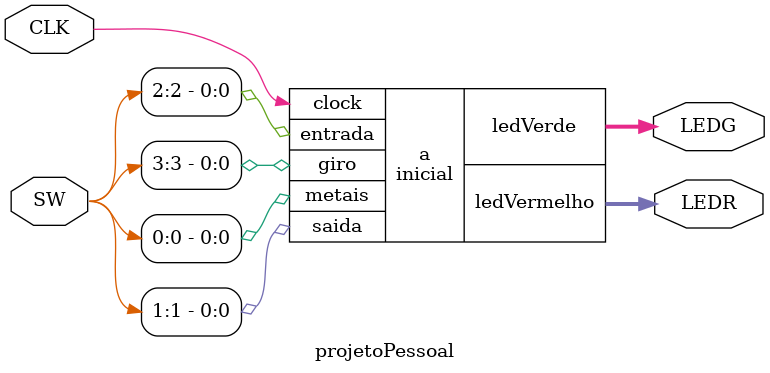
<source format=v>
module inicial ( giro, entrada, saida, metais, ledVerde, ledVermelho, clock );
	input giro, entrada, saida, metais, clock;
	output [1:0] ledVerde, ledVermelho;
	
	reg [1:0] estado;
	reg [3:0] tmp;
	
	reg [1:0] tmpLedVerde, tmpLedVermelho;
	
	parameter A = 3'b000, B = 3'b001, C = 3'b010, D = 3'b011, E = 3'b100;
	
	initial estado = A;
	
	always @(posedge clock)begin
            tmp[3] = giro;
            tmp[2] = entrada;
            tmp[1] = saida;
            tmp[0] = metais;
      	        
          	case( estado )
          			A: begin
								tmpLedVerde = 2'b00;
								tmpLedVermelho= 2'b00;
									  
								if( tmp == 4'b1100 )
									estado = B;
								if( tmp == 4'b1101 | tmp == 4'b1111 )
									estado = C;
								if( tmp == 4'b1110 )
									estado = D;
								if( tmp == 4'b1010 )
									estado = E;
										
							end
          			   
          			B: begin
								tmpLedVerde = 2'b01;
								tmpLedVermelho= 2'b00;
									  
								if( tmp == 4'b0000 | tmp == 4'b1000 )
									estado = A;
								if( tmp == 4'b1101 )
									estado = C;
								if( tmp == 4'b1110 | tmp == 4'b1111 )
									estado = D;
								if( tmp == 4'b1010 | tmp == 4'b1011 )
									estado = E;
										
							end
          				
          			C: begin
								tmpLedVerde = 2'b00;
								tmpLedVermelho= 2'b01;
									  
								if( tmp == 4'b0100 | tmp == 4'b1100 )
									estado = B;
								if( tmp == 4'b0000 | tmp == 4'b1000 )
									estado = A;
								if( tmp == 4'b0110 | tmp == 4'b1110 )
									estado = D;
								if( tmp == 4'b1010 )
									estado = E;
										
							end
          			   
          			D: begin
								tmpLedVerde = 2'b10;
								tmpLedVermelho= 2'b10;
									  
								if( tmp == 4'b0111 | tmp == 4'b1111 )
									estado = C;
								if( tmp == 4'b1100 )
									estado = B;
								if( tmp == 4'b1010 )
									estado = E;
								if( tmp == 4'b0000 | tmp == 4'b1000 )
									estado = A;
										
							end
							
						E: begin
								tmpLedVerde = 2'b00;
								tmpLedVermelho= 2'b00;
									  
								if( tmp == 4'b0000 | tmp == 4'b1000 )
									estado = A;
								if( tmp == 4'b0110 | tmp == 4'b1110 )
									estado = D;
								if( tmp == 4'b1100 )
									estado = B;
								if( tmp == 4'b1101 )
									estado = C;
										
							end
          			   
          			default: estado = A;
          			
          	endcase
	end
	
	assign ledVerde = tmpLedVerde;
	assign ledVermelho = tmpLedVermelho;
	
endmodule

module projetoPessoal( SW,LEDG, LEDR, CLK );
	input [3:0] SW;
	input CLK;
	output [1:0] LEDG, LEDR;

	inicial a( SW[3], SW[2], SW[1], SW[0], LEDG, LEDR, CLK);
endmodule

</source>
